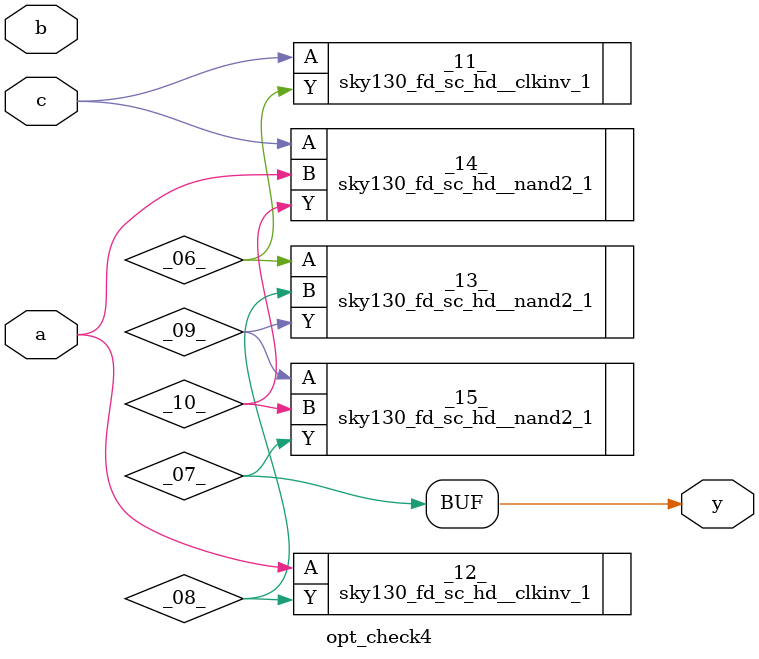
<source format=v>
/* Generated by Yosys 0.7 (git sha1 61f6811, gcc 6.2.0-11ubuntu1 -O2 -fdebug-prefix-map=/build/yosys-OIL3SR/yosys-0.7=. -fstack-protector-strong -fPIC -Os) */

module opt_check4(a, b, c, y);
  wire _00_;
  wire _01_;
  wire _02_;
  wire _03_;
  wire _04_;
  wire _05_;
  wire _06_;
  wire _07_;
  wire _08_;
  wire _09_;
  wire _10_;
  input a;
  input b;
  input c;
  output y;
  sky130_fd_sc_hd__clkinv_1 _11_ (
    .A(_03_),
    .Y(_06_)
  );
  sky130_fd_sc_hd__clkinv_1 _12_ (
    .A(_04_),
    .Y(_08_)
  );
  sky130_fd_sc_hd__nand2_1 _13_ (
    .A(_06_),
    .B(_08_),
    .Y(_09_)
  );
  sky130_fd_sc_hd__nand2_1 _14_ (
    .A(_03_),
    .B(_04_),
    .Y(_10_)
  );
  sky130_fd_sc_hd__nand2_1 _15_ (
    .A(_09_),
    .B(_10_),
    .Y(_07_)
  );
  assign _03_ = c;
  assign _04_ = a;
  assign _05_ = b;
  assign y = _07_;
endmodule

</source>
